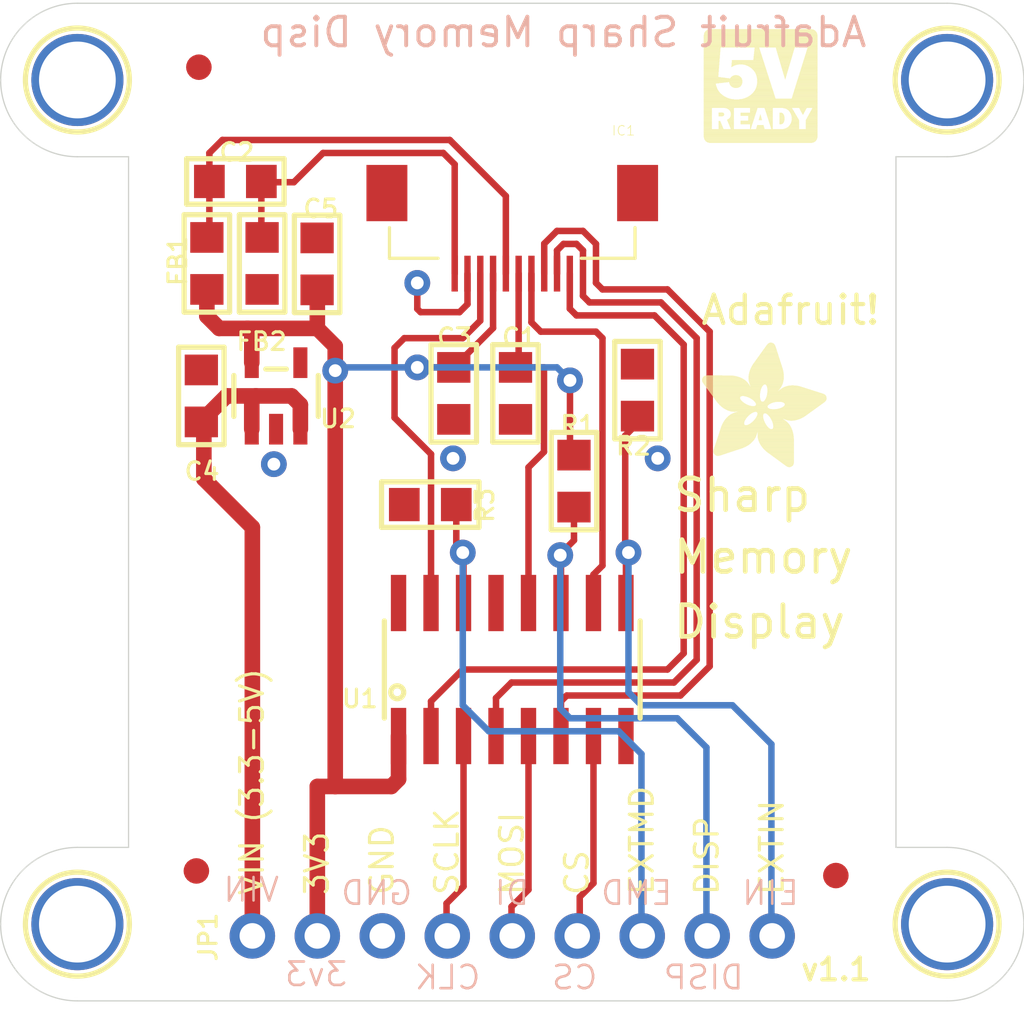
<source format=kicad_pcb>
(kicad_pcb (version 20211014) (generator pcbnew)
  (layers (0 "F.Cu" signal) (1 "In1.Cu" signal) (2 "In2.Cu" signal) (3 "In3.Cu" signal) (4 "In4.Cu" signal) (5 "In5.Cu" signal) (6 "In6.Cu" signal) (7 "In7.Cu" signal) (8 "In8.Cu" signal) (9 "In9.Cu" signal) (10 "In10.Cu" signal) (11 "In11.Cu" signal) (12 "In12.Cu" signal) (13 "In13.Cu" signal) (14 "In14.Cu" signal) (31 "B.Cu" signal) (34 "B.Paste" user) (35 "F.Paste" user) (36 "B.SilkS" user "B.Silkscreen") (37 "F.SilkS" user "F.Silkscreen") (38 "B.Mask" user) (39 "F.Mask" user) (44 "Edge.Cuts" user))
  (net 0 "")
  (net 1 "AVDD")
  (net 2 "AGND")
  (net 3 "GND")
  (net 4 "EXTMODE")
  (net 5 "EXTCOMIN")
  (net 6 "SCS")
  (net 7 "SI")
  (net 8 "SCLK")
  (net 9 "DISP")
  (net 10 "VIN")
  (net 11 "3.3V")
  (net 12 "SCLK_5V")
  (net 13 "SI_5V")
  (net 14 "SCS_5V")
  (net 15 "DISP_5V")
  (net 16 "EXTCOMIN_5V")
  (net 17 "EXTMODE_5V")
  (footprint "boardEagle:_0805" (layer "F.Cu") (at 136.5631 95.6746 90)
    (fp_text reference "FB1" (at -0.9525 -1.143 90) (layer "F.SilkS") (effects (font (size 0.692831 0.692831) (thickness 0.119969)) (justify left)))
    (fp_text value "")
    (pad "1" smd rect (at -1.016 0 90) (size 1.2 1.3) (layers "F.Cu" "F.Paste" "F.Mask") (net 11 "3.3V"))
    (pad "2" smd rect (at 1.016 0 90) (size 1.2 1.3) (layers "F.Cu" "F.Paste" "F.Mask") (net 1 "AVDD"))
  )
  (footprint "boardEagle:1X09_ROUND_70" (layer "F.Cu") (at 148.5011 121.9636)
    (fp_text reference "JP1" (at -11.8908 1.0632 90) (layer "F.SilkS") (effects (font (size 0.692831 0.692831) (thickness 0.119969)) (justify left)))
    (fp_text value "")
    (pad "1" thru_hole circle (at -10.16 0 90) (size 1.778 1.778) (drill 1) (layers *.Cu *.Mask) (net 10 "VIN"))
    (pad "2" thru_hole circle (at -7.62 0 90) (size 1.778 1.778) (drill 1) (layers *.Cu *.Mask) (net 11 "3.3V"))
    (pad "3" thru_hole circle (at -5.08 0 90) (size 1.778 1.778) (drill 1) (layers *.Cu *.Mask) (net 3 "GND"))
    (pad "4" thru_hole circle (at -2.54 0 90) (size 1.778 1.778) (drill 1) (layers *.Cu *.Mask) (net 12 "SCLK_5V"))
    (pad "5" thru_hole circle (at 0 0 90) (size 1.778 1.778) (drill 1) (layers *.Cu *.Mask) (net 13 "SI_5V"))
    (pad "6" thru_hole circle (at 2.54 0 90) (size 1.778 1.778) (drill 1) (layers *.Cu *.Mask) (net 14 "SCS_5V"))
    (pad "7" thru_hole circle (at 5.08 0 90) (size 1.778 1.778) (drill 1) (layers *.Cu *.Mask) (net 17 "EXTMODE_5V"))
    (pad "8" thru_hole circle (at 7.62 0 90) (size 1.778 1.778) (drill 1) (layers *.Cu *.Mask) (net 15 "DISP_5V"))
    (pad "9" thru_hole circle (at 10.16 0 90) (size 1.778 1.778) (drill 1) (layers *.Cu *.Mask) (net 16 "EXTCOMIN_5V"))
  )
  (footprint "boardEagle:LOGIC_5VREADY_5MM" (layer "F.Cu") (at 155.7111 91.2296)
    (fp_text reference "U$19" hide)
    (fp_text value "" hide)
  )
  (footprint "boardEagle:_0805" (layer "F.Cu") (at 145.2971 105.1016)
    (fp_text reference "R3" (at 2.13 -0.7275 90) (layer "F.SilkS") (effects (font (size 0.692831 0.692831) (thickness 0.119969)) (justify right)))
    (fp_text value "10K")
    (pad "1" smd rect (at -1.016 0) (size 1.2 1.3) (layers "F.Cu" "F.Paste" "F.Mask") (net 3 "GND"))
    (pad "2" smd rect (at 1.016 0) (size 1.2 1.3) (layers "F.Cu" "F.Paste" "F.Mask") (net 17 "EXTMODE_5V"))
  )
  (footprint "boardEagle:MOUNTINGHOLE_3.0_PLATEDTHIN" (layer "F.Cu") (at 131.5011 121.5036)
    (fp_text reference "U$27" hide)
    (fp_text value "MOUNTINGHOLE3.0THIN" hide)
    (pad "P$1" thru_hole circle (at 0 0) (size 3.6 3.6) (drill 3) (layers *.Cu *.Mask))
  )
  (footprint "boardEagle:FIDUCIAL_1MM" (layer "F.Cu") (at 136.1531 119.4236)
    (fp_text reference "FID3" hide)
    (fp_text value "FIDUCIAL\"\"" hide)
    (pad "1" smd roundrect (at 0 0) (size 1 1) (layers "F.Cu" "F.Mask") (roundrect_rratio 0.5))
  )
  (footprint "boardEagle:FPC_10PIN_52892-1095" (layer "F.Cu") (at 148.5011 96.0736 180)
    (fp_text reference "IC1" (at -4.826 5.588) (layer "F.SilkS") (effects (font (size 0.376489 0.376489) (thickness 0.029911)) (justify right)))
    (fp_text value "LS013B4DN04")
    (pad "P$1" smd rect (at -2.25 0 180) (size 0.25 1.4) (layers "F.Cu" "F.Paste" "F.Mask") (net 8 "SCLK"))
    (pad "P$2" smd rect (at -1.75 0 180) (size 0.25 1.4) (layers "F.Cu" "F.Paste" "F.Mask") (net 7 "SI"))
    (pad "P$3" smd rect (at -1.25 0 180) (size 0.25 1.4) (layers "F.Cu" "F.Paste" "F.Mask") (net 6 "SCS"))
    (pad "P$4" smd rect (at -0.75 0 180) (size 0.25 1.4) (layers "F.Cu" "F.Paste" "F.Mask") (net 5 "EXTCOMIN"))
    (pad "P$5" smd rect (at -0.25 0 180) (size 0.25 1.4) (layers "F.Cu" "F.Paste" "F.Mask") (net 9 "DISP"))
    (pad "P$6" smd rect (at 0.25 0 180) (size 0.25 1.4) (layers "F.Cu" "F.Paste" "F.Mask") (net 1 "AVDD"))
    (pad "P$7" smd rect (at 0.75 0 180) (size 0.25 1.4) (layers "F.Cu" "F.Paste" "F.Mask") (net 11 "3.3V"))
    (pad "P$8" smd rect (at 1.25 0 180) (size 0.25 1.4) (layers "F.Cu" "F.Paste" "F.Mask") (net 4 "EXTMODE"))
    (pad "P$9" smd rect (at 1.75 0 180) (size 0.25 1.4) (layers "F.Cu" "F.Paste" "F.Mask") (net 3 "GND"))
    (pad "P$10" smd rect (at 2.25 0 180) (size 0.25 1.4) (layers "F.Cu" "F.Paste" "F.Mask") (net 2 "AGND"))
    (pad "SUPPORT1" smd rect (at -4.9 3.15 180) (size 1.6 2.2) (layers "F.Cu" "F.Paste" "F.Mask"))
    (pad "SUPPORT2" smd rect (at 4.9 3.15 180) (size 1.6 2.2) (layers "F.Cu" "F.Paste" "F.Mask"))
  )
  (footprint "boardEagle:_0805" (layer "F.Cu") (at 136.3471 100.8546 90)
    (fp_text reference "C4" (at -2.95 -0.7275) (layer "F.SilkS") (effects (font (size 0.692831 0.692831) (thickness 0.119969)) (justify left)))
    (fp_text value "10µF")
    (pad "1" smd rect (at -1.016 0 90) (size 1.2 1.3) (layers "F.Cu" "F.Paste" "F.Mask") (net 10 "VIN"))
    (pad "2" smd rect (at 1.016 0 90) (size 1.2 1.3) (layers "F.Cu" "F.Paste" "F.Mask") (net 3 "GND"))
  )
  (footprint "boardEagle:MOUNTINGHOLE_3.0_PLATEDTHIN" (layer "F.Cu") (at 131.5011 88.5036)
    (fp_text reference "U$21" hide)
    (fp_text value "MOUNTINGHOLE3.0THIN" hide)
    (pad "P$1" thru_hole circle (at 0 0) (size 3.6 3.6) (drill 3) (layers *.Cu *.Mask))
  )
  (footprint "boardEagle:_0805" (layer "F.Cu") (at 146.2151 100.7546 -90)
    (fp_text reference "C3" (at -2.188 0.7275) (layer "F.SilkS") (effects (font (size 0.692831 0.692831) (thickness 0.119969)) (justify left)))
    (fp_text value "1µF")
    (pad "1" smd rect (at -1.016 0 270) (size 1.2 1.3) (layers "F.Cu" "F.Paste" "F.Mask") (net 11 "3.3V"))
    (pad "2" smd rect (at 1.016 0 270) (size 1.2 1.3) (layers "F.Cu" "F.Paste" "F.Mask") (net 3 "GND"))
  )
  (footprint "boardEagle:FIDUCIAL_1MM" (layer "F.Cu") (at 136.2511 88.0036)
    (fp_text reference "FID2" hide)
    (fp_text value "FIDUCIAL\"\"" hide)
    (pad "1" smd roundrect (at 0 0) (size 1 1) (layers "F.Cu" "F.Mask") (roundrect_rratio 0.5))
  )
  (footprint "boardEagle:_0805" (layer "F.Cu") (at 153.3961 100.6276 90)
    (fp_text reference "R2" (at -2.188 0.6005) (layer "F.SilkS") (effects (font (size 0.692831 0.692831) (thickness 0.119969)) (justify right)))
    (fp_text value "10K")
    (pad "1" smd rect (at -1.016 0 90) (size 1.2 1.3) (layers "F.Cu" "F.Paste" "F.Mask") (net 16 "EXTCOMIN_5V"))
    (pad "2" smd rect (at 1.016 0 90) (size 1.2 1.3) (layers "F.Cu" "F.Paste" "F.Mask") (net 3 "GND"))
  )
  (footprint "boardEagle:_0805" (layer "F.Cu") (at 150.9141 104.1836 -90)
    (fp_text reference "R1" (at -2.188 0.6005) (layer "F.SilkS") (effects (font (size 0.692831 0.692831) (thickness 0.119969)) (justify left)))
    (fp_text value "10K")
    (pad "1" smd rect (at -1.016 0 270) (size 1.2 1.3) (layers "F.Cu" "F.Paste" "F.Mask") (net 11 "3.3V"))
    (pad "2" smd rect (at 1.016 0 270) (size 1.2 1.3) (layers "F.Cu" "F.Paste" "F.Mask") (net 15 "DISP_5V"))
  )
  (footprint "boardEagle:SOIC16" (layer "F.Cu") (at 148.5011 111.5496)
    (fp_text reference "U1" (at -6.731 1.143) (layer "F.SilkS") (effects (font (size 0.692831 0.692831) (thickness 0.119969)) (justify left)))
    (fp_text value "74HC4050D")
    (pad "1" smd rect (at -4.445 2.6) (size 0.6 2.2) (layers "F.Cu" "F.Paste" "F.Mask") (net 11 "3.3V"))
    (pad "2" smd rect (at -3.175 2.6) (size 0.6 2.2) (layers "F.Cu" "F.Paste" "F.Mask") (net 8 "SCLK"))
    (pad "3" smd rect (at -1.905 2.6) (size 0.6 2.2) (layers "F.Cu" "F.Paste" "F.Mask") (net 12 "SCLK_5V"))
    (pad "4" smd rect (at -0.635 2.6) (size 0.6 2.2) (layers "F.Cu" "F.Paste" "F.Mask") (net 7 "SI"))
    (pad "5" smd rect (at 0.635 2.6) (size 0.6 2.2) (layers "F.Cu" "F.Paste" "F.Mask") (net 13 "SI_5V"))
    (pad "6" smd rect (at 1.905 2.6) (size 0.6 2.2) (layers "F.Cu" "F.Paste" "F.Mask") (net 6 "SCS"))
    (pad "7" smd rect (at 3.175 2.6) (size 0.6 2.2) (layers "F.Cu" "F.Paste" "F.Mask") (net 14 "SCS_5V"))
    (pad "8" smd rect (at 4.445 2.6) (size 0.6 2.2) (layers "F.Cu" "F.Paste" "F.Mask") (net 3 "GND"))
    (pad "9" smd rect (at 4.445 -2.6) (size 0.6 2.2) (layers "F.Cu" "F.Paste" "F.Mask") (net 16 "EXTCOMIN_5V"))
    (pad "10" smd rect (at 3.175 -2.6) (size 0.6 2.2) (layers "F.Cu" "F.Paste" "F.Mask") (net 5 "EXTCOMIN"))
    (pad "11" smd rect (at 1.905 -2.6) (size 0.6 2.2) (layers "F.Cu" "F.Paste" "F.Mask") (net 15 "DISP_5V"))
    (pad "12" smd rect (at 0.635 -2.6) (size 0.6 2.2) (layers "F.Cu" "F.Paste" "F.Mask") (net 9 "DISP"))
    (pad "13" smd rect (at -0.635 -2.6) (size 0.6 2.2) (layers "F.Cu" "F.Paste" "F.Mask"))
    (pad "14" smd rect (at -1.905 -2.6) (size 0.6 2.2) (layers "F.Cu" "F.Paste" "F.Mask") (net 17 "EXTMODE_5V"))
    (pad "15" smd rect (at -3.175 -2.6) (size 0.6 2.2) (layers "F.Cu" "F.Paste" "F.Mask") (net 4 "EXTMODE"))
    (pad "16" smd rect (at -4.445 -2.6) (size 0.6 2.2) (layers "F.Cu" "F.Paste" "F.Mask"))
  )
  (footprint "boardEagle:SOT23-5" (layer "F.Cu") (at 139.2681 100.8546)
    (fp_text reference "U2" (at 1.651 0.889) (layer "F.SilkS") (effects (font (size 0.692831 0.692831) (thickness 0.119969)) (justify left)))
    (fp_text value "MCP1824T-3302E/OT")
    (pad "1" smd rect (at -0.95 1.3001) (size 0.55 1.2) (layers "F.Cu" "F.Paste" "F.Mask") (net 10 "VIN"))
    (pad "2" smd rect (at 0 1.3001) (size 0.55 1.2) (layers "F.Cu" "F.Paste" "F.Mask") (net 3 "GND"))
    (pad "3" smd rect (at 0.95 1.3001) (size 0.55 1.2) (layers "F.Cu" "F.Paste" "F.Mask") (net 10 "VIN"))
    (pad "4" smd rect (at 0.95 -1.3001) (size 0.55 1.2) (layers "F.Cu" "F.Paste" "F.Mask"))
    (pad "5" smd rect (at -0.95 -1.3001) (size 0.55 1.2) (layers "F.Cu" "F.Paste" "F.Mask") (net 11 "3.3V"))
  )
  (footprint "boardEagle:ADAFRUIT_5MM" (layer "F.Cu") (at 155.9191 103.6356)
    (fp_text reference "U$29" hide)
    (fp_text value "" hide)
  )
  (footprint "boardEagle:_0805" (layer "F.Cu") (at 140.8721 95.6926 90)
    (fp_text reference "C5" (at 2.157 -0.6095) (layer "F.SilkS") (effects (font (size 0.692831 0.692831) (thickness 0.119969)) (justify left)))
    (fp_text value "10µF")
    (pad "1" smd rect (at -1.016 0 90) (size 1.2 1.3) (layers "F.Cu" "F.Paste" "F.Mask") (net 11 "3.3V"))
    (pad "2" smd rect (at 1.016 0 90) (size 1.2 1.3) (layers "F.Cu" "F.Paste" "F.Mask") (net 3 "GND"))
  )
  (footprint "boardEagle:MOUNTINGHOLE_3.0_PLATEDTHIN" (layer "F.Cu") (at 165.5011 121.5036)
    (fp_text reference "U$28" hide)
    (fp_text value "MOUNTINGHOLE3.0THIN" hide)
    (pad "P$1" thru_hole circle (at 0 0) (size 3.6 3.6) (drill 3) (layers *.Cu *.Mask))
  )
  (footprint "boardEagle:_0805" (layer "F.Cu") (at 137.6771 92.4706)
    (fp_text reference "C2" (at -0.6985 -1.143) (layer "F.SilkS") (effects (font (size 0.692831 0.692831) (thickness 0.119969)) (justify left)))
    (fp_text value "1µF")
    (pad "1" smd rect (at -1.016 0) (size 1.2 1.3) (layers "F.Cu" "F.Paste" "F.Mask") (net 1 "AVDD"))
    (pad "2" smd rect (at 1.016 0) (size 1.2 1.3) (layers "F.Cu" "F.Paste" "F.Mask") (net 2 "AGND"))
  )
  (footprint "boardEagle:_0805" (layer "F.Cu") (at 138.7221 95.6746 90)
    (fp_text reference "FB2" (at -3.05 -1.0705) (layer "F.SilkS") (effects (font (size 0.692831 0.692831) (thickness 0.119969)) (justify left)))
    (fp_text value "")
    (pad "1" smd rect (at -1.016 0 90) (size 1.2 1.3) (layers "F.Cu" "F.Paste" "F.Mask") (net 3 "GND"))
    (pad "2" smd rect (at 1.016 0 90) (size 1.2 1.3) (layers "F.Cu" "F.Paste" "F.Mask") (net 2 "AGND"))
  )
  (footprint "boardEagle:_0805" (layer "F.Cu") (at 148.6281 100.7546 -90)
    (fp_text reference "C1" (at -2.188 0.6005) (layer "F.SilkS") (effects (font (size 0.692831 0.692831) (thickness 0.119969)) (justify left)))
    (fp_text value "0.1µF")
    (pad "1" smd rect (at -1.016 0 270) (size 1.2 1.3) (layers "F.Cu" "F.Paste" "F.Mask") (net 9 "DISP"))
    (pad "2" smd rect (at 1.016 0 270) (size 1.2 1.3) (layers "F.Cu" "F.Paste" "F.Mask") (net 3 "GND"))
  )
  (footprint "boardEagle:MOUNTINGHOLE_3.0_PLATEDTHIN" (layer "F.Cu") (at 165.5011 88.5036)
    (fp_text reference "U$22" hide)
    (fp_text value "MOUNTINGHOLE3.0THIN" hide)
    (pad "P$1" thru_hole circle (at 0 0) (size 3.6 3.6) (drill 3) (layers *.Cu *.Mask))
  )
  (footprint "boardEagle:FIDUCIAL_1MM" (layer "F.Cu") (at 161.1511 119.6036)
    (fp_text reference "FID1" hide)
    (fp_text value "FIDUCIAL\"\"" hide)
    (pad "1" smd roundrect (at 0 0) (size 1 1) (layers "F.Cu" "F.Mask") (roundrect_rratio 0.5))
  )
  (gr_arc (start 131.5011 91.5036) (mid 129.37978 90.62492) (end 128.5011 88.5036) (layer "Edge.Cuts") (width 0.05))
  (gr_arc (start 128.5011 88.5036) (mid 129.37978 86.38228) (end 131.5011 85.5036) (layer "Edge.Cuts") (width 0.05))
  (gr_arc (start 131.5011 124.5036) (mid 129.37978 123.62492) (end 128.5011 121.5036) (layer "Edge.Cuts") (width 0.05))
  (gr_arc (start 165.5011 118.5036) (mid 167.62242 119.38228) (end 168.5011 121.5036) (layer "Edge.Cuts") (width 0.05))
  (gr_line (start 163.5011 118.5036) (end 165.5011 118.5036) (layer "Edge.Cuts") (width 0.05))
  (gr_arc (start 128.5011 121.5036) (mid 129.37978 119.38228) (end 131.5011 118.5036) (layer "Edge.Cuts") (width 0.05))
  (gr_arc (start 168.5011 121.5036) (mid 167.62242 123.62492) (end 165.5011 124.5036) (layer "Edge.Cuts") (width 0.05))
  (gr_line (start 133.5011 91.5036) (end 131.5011 91.5036) (layer "Edge.Cuts") (width 0.05))
  (gr_arc (start 168.5011 88.5036) (mid 167.62242 90.62492) (end 165.5011 91.5036) (layer "Edge.Cuts") (width 0.05))
  (gr_line (start 131.5011 85.5036) (end 165.5011 85.5036) (layer "Edge.Cuts") (width 0.05))
  (gr_line (start 163.5011 91.5036) (end 163.5011 118.5036) (layer "Edge.Cuts") (width 0.05))
  (gr_arc (start 165.5011 85.5036) (mid 167.62242 86.38228) (end 168.5011 88.5036) (layer "Edge.Cuts") (width 0.05))
  (gr_line (start 165.5011 91.5036) (end 163.5011 91.5036) (layer "Edge.Cuts") (width 0.05))
  (gr_line (start 133.5011 118.5036) (end 133.5011 91.5036) (layer "Edge.Cuts") (width 0.05))
  (gr_line (start 165.5011 124.5036) (end 131.5011 124.5036) (layer "Edge.Cuts") (width 0.05))
  (gr_line (start 131.5011 118.5036) (end 133.5011 118.5036) (layer "Edge.Cuts") (width 0.05))
  (gr_text "EMD" (at 154.8221 120.8206) (layer "B.SilkS") (effects (font (size 0.9144 0.9144) (thickness 0.1016)) (justify left bottom mirror)))
  (gr_text "GND" (at 144.6621 120.8206) (layer "B.SilkS") (effects (font (size 0.9144 0.9144) (thickness 0.1016)) (justify left bottom mirror)))
  (gr_text "DI" (at 149.2341 120.8206) (layer "B.SilkS") (effects (font (size 0.9144 0.9144) (thickness 0.1016)) (justify left bottom mirror)))
  (gr_text "VIN" (at 139.4551 120.6936) (layer "B.SilkS") (effects (font (size 0.9144 0.9144) (thickness 0.1016)) (justify left bottom mirror)))
  (gr_text "DISP" (at 157.6161 124.1226) (layer "B.SilkS") (effects (font (size 0.9144 0.9144) (thickness 0.1016)) (justify left bottom mirror)))
  (gr_text "3v3" (at 142.1221 123.9956) (layer "B.SilkS") (effects (font (size 0.9144 0.9144) (thickness 0.1016)) (justify left bottom mirror)))
  (gr_text "EIN" (at 159.7751 120.8206) (layer "B.SilkS") (effects (font (size 0.9144 0.9144) (thickness 0.1016)) (justify left bottom mirror)))
  (gr_text "CS" (at 151.9011 124.1226) (layer "B.SilkS") (effects (font (size 0.9144 0.9144) (thickness 0.1016)) (justify left bottom mirror)))
  (gr_text "Adafruit Sharp Memory Disp" (at 162.4421 87.2926) (layer "B.SilkS") (effects (font (size 1.1176 1.1176) (thickness 0.1524)) (justify left bottom mirror)))
  (gr_text "CLK" (at 147.3291 124.1226) (layer "B.SilkS") (effects (font (size 0.9144 0.9144) (thickness 0.1016)) (justify left bottom mirror)))
  (gr_text "Display" (at 154.7181 110.4146) (layer "F.SilkS") (effects (font (size 1.237488 1.237488) (thickness 0.184912)) (justify left bottom)))
  (gr_text "SCLK" (at 146.4691 120.4396 90) (layer "F.SilkS") (effects (font (size 0.89408 0.89408) (thickness 0.12192)) (justify left bottom)))
  (gr_text "VIN (3.3-5V)" (at 138.8491 120.4396 90) (layer "F.SilkS") (effects (font (size 0.89408 0.89408) (thickness 0.12192)) (justify left bottom)))
  (gr_text "GND" (at 143.9291 120.4396 90) (layer "F.SilkS") (effects (font (size 0.89408 0.89408) (thickness 0.12192)) (justify left bottom)))
  (gr_text "Memory" (at 154.7181 107.8746) (layer "F.SilkS") (effects (font (size 1.237488 1.237488) (thickness 0.184912)) (justify left bottom)))
  (gr_text "3V3" (at 141.3891 120.4396 90) (layer "F.SilkS") (effects (font (size 0.89408 0.89408) (thickness 0.12192)) (justify left bottom)))
  (gr_text "v1.1" (at 159.7031 123.7746) (layer "F.SilkS") (effects (font (size 0.85344 0.85344) (thickness 0.16256)) (justify left bottom)))
  (gr_text "DISP" (at 156.6291 120.4396 90) (layer "F.SilkS") (effects (font (size 0.89408 0.89408) (thickness 0.12192)) (justify left bottom)))
  (gr_text "EXTMD" (at 154.0891 120.4396 90) (layer "F.SilkS") (effects (font (size 0.89408 0.89408) (thickness 0.12192)) (justify left bottom)))
  (gr_text "EXTIN" (at 159.1691 120.4396 90) (layer "F.SilkS") (effects (font (size 0.89408 0.89408) (thickness 0.12192)) (justify left bottom)))
  (gr_text "Sharp" (at 154.7181 105.4616) (layer "F.SilkS") (effects (font (size 1.237488 1.237488) (thickness 0.184912)) (justify left bottom)))
  (gr_text "Adafruit!" (at 162.9611 96.8516) (layer "F.SilkS") (effects (font (size 1.1049 1.1049) (thickness 0.1651)) (justify right top)))
  (gr_text "CS" (at 151.5491 120.4396 90) (layer "F.SilkS") (effects (font (size 0.89408 0.89408) (thickness 0.12192)) (justify left bottom)))
  (gr_text "MOSI" (at 149.0091 120.4396 90) (layer "F.SilkS") (effects (font (size 0.89408 0.89408) (thickness 0.12192)) (justify left bottom)))
  (segment (start 136.6611 94.5606) (end 136.5631 94.6586) (width 0.254) (layer "F.Cu") (net 1))
  (segment (start 146.0591 90.8486) (end 137.1691 90.8486) (width 0.254) (layer "F.Cu") (net 1))
  (segment (start 136.6611 91.3566) (end 136.6611 92.4706) (width 0.254) (layer "F.Cu") (net 1))
  (segment (start 148.2511 93.0406) (end 146.0591 90.8486) (width 0.254) (layer "F.Cu") (net 1))
  (segment (start 136.6611 92.4706) (end 136.6611 94.5606) (width 0.254) (layer "F.Cu") (net 1))
  (segment (start 148.2511 96.0736) (end 148.2511 93.0406) (width 0.254) (layer "F.Cu") (net 1))
  (segment (start 137.1691 90.8486) (end 136.6611 91.3566) (width 0.254) (layer "F.Cu") (net 1))
  (segment (start 138.6931 92.4706) (end 138.6931 94.6296) (width 0.254) (layer "F.Cu") (net 2))
  (segment (start 139.9631 92.4996) (end 138.7221 92.4996) (width 0.254) (layer "F.Cu") (net 2))
  (segment (start 141.1061 91.3566) (end 139.9631 92.4996) (width 0.254) (layer "F.Cu") (net 2))
  (segment (start 146.2511 96.0736) (end 146.2511 91.8026) (width 0.254) (layer "F.Cu") (net 2))
  (segment (start 138.6931 94.6296) (end 138.7221 94.6586) (width 0.254) (layer "F.Cu") (net 2))
  (segment (start 145.8051 91.3566) (end 141.1061 91.3566) (width 0.254) (layer "F.Cu") (net 2))
  (segment (start 146.2511 91.8026) (end 145.8051 91.3566) (width 0.254) (layer "F.Cu") (net 2))
  (segment (start 138.7221 92.4996) (end 138.6931 92.4706) (width 0.254) (layer "F.Cu") (net 2))
  (segment (start 146.7511 96.0736) (end 146.7511 97.2686) (width 0.254) (layer "F.Cu") (net 3))
  (segment (start 146.7511 97.2686) (end 146.4401 97.5796) (width 0.254) (layer "F.Cu") (net 3))
  (segment (start 146.4401 97.5796) (end 144.9161 97.5796) (width 0.254) (layer "F.Cu") (net 3))
  (segment (start 144.9161 97.5796) (end 144.7891 97.4526) (width 0.254) (layer "F.Cu") (net 3))
  (segment (start 144.7891 97.4526) (end 144.7891 96.4366) (width 0.254) (layer "F.Cu") (net 3))
  (via (at 144.7891 96.4366) (size 1.008) (drill 0.5) (layers "F.Cu" "B.Cu") (net 3))
  (via (at 154.1871 103.2946) (size 1.008) (drill 0.5) (layers "F.Cu" "B.Cu") (net 3))
  (via (at 146.1861 103.2946) (size 1.008) (drill 0.5) (layers "F.Cu" "B.Cu") (net 3))
  (via (at 139.1821 103.5216) (size 1.008) (drill 0.5) (layers "F.Cu" "B.Cu") (net 3))
  (segment (start 143.9001 101.7026) (end 143.9001 98.9766) (width 0.254) (layer "F.Cu") (net 4))
  (segment (start 143.9001 101.7026) (end 145.3261 103.1286) (width 0.254) (layer "F.Cu") (net 4))
  (segment (start 143.9001 98.9766) (end 144.2811 98.5956) (width 0.254) (layer "F.Cu") (net 4))
  (segment (start 147.2511 96.0736) (end 147.2511 97.9116) (width 0.254) (layer "F.Cu") (net 4))
  (segment (start 145.3261 103.1286) (end 145.3261 108.9496) (width 0.254) (layer "F.Cu") (net 4))
  (segment (start 147.2511 97.9116) (end 146.5671 98.5956) (width 0.254) (layer "F.Cu") (net 4))
  (segment (start 144.2811 98.5956) (end 146.5671 98.5956) (width 0.254) (layer "F.Cu") (net 4))
  (segment (start 151.7741 98.3416) (end 149.6151 98.3416) (width 0.254) (layer "F.Cu") (net 5))
  (segment (start 149.6151 98.3416) (end 149.2511 97.9776) (width 0.254) (layer "F.Cu") (net 5))
  (segment (start 149.2511 96.0736) (end 149.2511 97.9776) (width 0.254) (layer "F.Cu") (net 5))
  (segment (start 151.6761 107.8376) (end 152.0281 107.4856) (width 0.254) (layer "F.Cu") (net 5))
  (segment (start 152.0281 98.5956) (end 151.7741 98.3416) (width 0.254) (layer "F.Cu") (net 5))
  (segment (start 151.6761 108.9496) (end 151.6761 107.8376) (width 0.254) (layer "F.Cu") (net 5))
  (segment (start 152.0281 107.4856) (end 152.0281 98.5956) (width 0.254) (layer "F.Cu") (net 5))
  (segment (start 151.7741 94.9126) (end 151.7741 96.4366) (width 0.254) (layer "F.Cu") (net 6))
  (segment (start 150.4061 112.7906) (end 150.6311 112.5656) (width 0.254) (layer "F.Cu") (net 6))
  (segment (start 151.7741 96.4366) (end 152.0281 96.6906) (width 0.254) (layer "F.Cu") (net 6))
  (segment (start 155.0761 112.5656) (end 150.6311 112.5656) (width 0.254) (layer "F.Cu") (net 6))
  (segment (start 156.2191 111.4226) (end 155.0761 112.5656) (width 0.254) (layer "F.Cu") (net 6))
  (segment (start 156.2191 98.3416) (end 156.2191 111.4226) (width 0.254) (layer "F.Cu") (net 6))
  (segment (start 151.2661 94.4046) (end 151.7741 94.9126) (width 0.254) (layer "F.Cu") (net 6))
  (segment (start 150.4061 114.1496) (end 150.4061 112.7906) (width 0.254) (layer "F.Cu") (net 6))
  (segment (start 149.7511 96.0736) (end 149.7511 94.9036) (width 0.254) (layer "F.Cu") (net 6))
  (segment (start 152.0281 96.6906) (end 154.5681 96.6906) (width 0.254) (layer "F.Cu") (net 6))
  (segment (start 149.7511 94.9036) (end 150.2501 94.4046) (width 0.254) (layer "F.Cu") (net 6))
  (segment (start 150.2501 94.4046) (end 151.2661 94.4046) (width 0.254) (layer "F.Cu") (net 6))
  (segment (start 154.5681 96.6906) (end 156.2191 98.3416) (width 0.254) (layer "F.Cu") (net 6))
  (segment (start 155.7111 111.1686) (end 154.8221 112.0576) (width 0.254) (layer "F.Cu") (net 7))
  (segment (start 150.2511 95.1656) (end 150.5041 94.9126) (width 0.254) (layer "F.Cu") (net 7))
  (segment (start 151.5201 97.1986) (end 154.3141 97.1986) (width 0.254) (layer "F.Cu") (net 7))
  (segment (start 151.0121 94.9126) (end 151.2661 95.1666) (width 0.254) (layer "F.Cu") (net 7))
  (segment (start 150.2511 96.0736) (end 150.2511 95.1656) (width 0.254) (layer "F.Cu") (net 7))
  (segment (start 150.5041 94.9126) (end 151.0121 94.9126) (width 0.254) (layer "F.Cu") (net 7))
  (segment (start 151.2661 95.1666) (end 151.2661 96.9446) (width 0.254) (layer "F.Cu") (net 7))
  (segment (start 155.7111 98.5956) (end 155.7111 111.1686) (width 0.254) (layer "F.Cu") (net 7))
  (segment (start 151.2661 96.9446) (end 151.5201 97.1986) (width 0.254) (layer "F.Cu") (net 7))
  (segment (start 147.8661 114.1496) (end 147.8661 112.6636) (width 0.254) (layer "F.Cu") (net 7))
  (segment (start 148.4721 112.0576) (end 147.8661 112.6636) (width 0.254) (layer "F.Cu") (net 7))
  (segment (start 154.3141 97.1986) (end 155.7111 98.5956) (width 0.254) (layer "F.Cu") (net 7))
  (segment (start 154.8221 112.0576) (end 148.4721 112.0576) (width 0.254) (layer "F.Cu") (net 7))
  (segment (start 145.3261 114.1496) (end 145.3261 112.7906) (width 0.254) (layer "F.Cu") (net 8))
  (segment (start 154.0601 97.7066) (end 151.0121 97.7066) (width 0.254) (layer "F.Cu") (net 8))
  (segment (start 155.2031 110.9146) (end 155.2031 98.8496) (width 0.254) (layer "F.Cu") (net 8))
  (segment (start 155.2031 110.9146) (end 154.5681 111.5496) (width 0.254) (layer "F.Cu") (net 8))
  (segment (start 154.5681 111.5496) (end 146.5671 111.5496) (width 0.254) (layer "F.Cu") (net 8))
  (segment (start 150.7511 96.0736) (end 150.7511 97.4456) (width 0.254) (layer "F.Cu") (net 8))
  (segment (start 155.2031 98.8496) (end 154.0601 97.7066) (width 0.254) (layer "F.Cu") (net 8))
  (segment (start 151.0121 97.7066) (end 150.7511 97.4456) (width 0.254) (layer "F.Cu") (net 8))
  (segment (start 146.5671 111.5496) (end 145.3261 112.7906) (width 0.254) (layer "F.Cu") (net 8))
  (segment (start 149.1361 108.9496) (end 149.1361 103.6466) (width 0.254) (layer "F.Cu") (net 9))
  (segment (start 148.7511 96.0736) (end 148.7511 99.6156) (width 0.254) (layer "F.Cu") (net 9))
  (segment (start 149.7421 99.7386) (end 148.6281 99.7386) (width 0.254) (layer "F.Cu") (net 9))
  (segment (start 149.1361 103.6466) (end 149.7421 103.0406) (width 0.254) (layer "F.Cu") (net 9))
  (segment (start 148.7511 99.6156) (end 148.6281 99.7386) (width 0.254) (layer "F.Cu") (net 9))
  (segment (start 149.7421 103.0406) (end 149.7421 99.7386) (width 0.254) (layer "F.Cu") (net 9))
  (segment (start 138.3181 102.1547) (end 138.3181 101.0136) (width 0.6096) (layer "F.Cu") (net 10))
  (segment (start 136.4451 101.7436) (end 137.3341 100.8546) (width 0.6096) (layer "F.Cu") (net 10))
  (segment (start 136.4451 101.9686) (end 136.3471 101.8706) (width 0.6096) (layer "F.Cu") (net 10))
  (segment (start 138.4771 100.8546) (end 139.8741 100.8546) (width 0.6096) (layer "F.Cu") (net 10))
  (segment (start 138.3181 101.0136) (end 138.4771 100.8546) (width 0.6096) (layer "F.Cu") (net 10))
  (segment (start 138.3411 105.9906) (end 136.4451 104.0946) (width 0.6096) (layer "F.Cu") (net 10))
  (segment (start 140.2181 102.1547) (end 140.2181 101.1986) (width 0.6096) (layer "F.Cu") (net 10))
  (segment (start 137.3341 100.8546) (end 138.4771 100.8546) (width 0.6096) (layer "F.Cu") (net 10))
  (segment (start 139.8741 100.8546) (end 140.2181 101.1986) (width 0.6096) (layer "F.Cu") (net 10))
  (segment (start 136.4451 104.0946) (end 136.4451 101.9686) (width 0.6096) (layer "F.Cu") (net 10))
  (segment (start 136.4451 101.9686) (end 136.4451 101.7436) (width 0.6096) (layer "F.Cu") (net 10))
  (segment (start 138.3411 121.9636) (end 138.3411 105.9906) (width 0.6096) (layer "F.Cu") (net 10))
  (segment (start 144.0561 115.8386) (end 143.7731 116.1216) (width 0.6096) (layer "F.Cu") (net 11))
  (segment (start 140.8811 98.2146) (end 141.5811 98.9146) (width 0.6096) (layer "F.Cu") (net 11))
  (segment (start 140.8811 96.7576) (end 140.8721 96.7086) (width 0.6096) (layer "F.Cu") (net 11))
  (segment (start 144.0561 114.1496) (end 144.0561 115.8386) (width 0.6096) (layer "F.Cu") (net 11))
  (segment (start 141.5811 98.9146) (end 141.5811 99.8656) (width 0.6096) (layer "F.Cu") (net 11))
  (segment (start 136.5631 97.7356) (end 137.0421 98.2146) (width 0.6096) (layer "F.Cu") (net 11))
  (segment (start 136.5631 96.6906) (end 136.5631 97.7356) (width 0.6096) (layer "F.Cu") (net 11))
  (segment (start 137.0421 98.2146) (end 138.1501 98.2146) (width 0.6096) (layer "F.Cu") (net 11))
  (segment (start 140.8811 98.2146) (end 140.8811 96.7576) (width 0.6096) (layer "F.Cu") (net 11))
  (segment (start 150.7581 103.0116) (end 150.7581 100.2466) (width 0.254) (layer "F.Cu") (net 11))
  (segment (start 146.2151 99.7386) (end 144.7891 99.7386) (width 0.254) (layer "F.Cu") (net 11))
  (segment (start 138.1501 98.2146) (end 140.8811 98.2146) (width 0.6096) (layer "F.Cu") (net 11))
  (segment (start 141.5811 99.8656) (end 141.5811 116.1216) (width 0.6096) (layer "F.Cu") (net 11))
  (segment (start 143.7731 116.1216) (end 141.5811 116.1216) (width 0.6096) (layer "F.Cu") (net 11))
  (segment (start 147.7511 98.2026) (end 146.2151 99.7386) (width 0.254) (layer "F.Cu") (net 11))
  (segment (start 147.7511 96.0736) (end 147.7511 98.2026) (width 0.254) (layer "F.Cu") (net 11))
  (segment (start 150.9141 103.1676) (end 150.7581 103.0116) (width 0.254) (layer "F.Cu") (net 11))
  (segment (start 141.5811 116.1216) (end 140.8811 116.1216) (width 0.6096) (layer "F.Cu") (net 11))
  (segment (start 138.3181 99.5545) (end 138.3181 98.2466) (width 0.6096) (layer "F.Cu") (net 11))
  (segment (start 138.3181 98.2466) (end 138.1501 98.2146) (width 0.6096) (layer "F.Cu") (net 11))
  (segment (start 140.8811 121.9636) (end 140.8811 116.1216) (width 0.6096) (layer "F.Cu") (net 11))
  (via (at 144.7891 99.7386) (size 1.008) (drill 0.5) (layers "F.Cu" "B.Cu") (net 11))
  (via (at 141.5811 99.8656) (size 1.008) (drill 0.5) (layers "F.Cu" "B.Cu") (net 11))
  (via (at 150.7581 100.2466) (size 1.008) (drill 0.5) (layers "F.Cu" "B.Cu") (net 11))
  (segment (start 144.7891 99.7386) (end 141.7081 99.7386) (width 0.254) (layer "B.Cu") (net 11))
  (segment (start 141.7081 99.7386) (end 141.5811 99.8656) (width 0.254) (layer "B.Cu") (net 11))
  (segment (start 150.7581 100.2466) (end 150.2501 99.7386) (width 0.254) (layer "B.Cu") (net 11))
  (segment (start 150.2501 99.7386) (end 144.7891 99.7386) (width 0.254) (layer "B.Cu") (net 11))
  (segment (start 146.5961 120.0296) (end 145.9321 120.6936) (width 0.254) (layer "F.Cu") (net 12))
  (segment (start 145.9321 120.6936) (end 145.9321 121.9346) (width 0.254) (layer "F.Cu") (net 12))
  (segment (start 145.9321 121.9346) (end 145.9611 121.9636) (width 0.254) (layer "F.Cu") (net 12))
  (segment (start 146.5961 114.1496) (end 146.5961 120.0296) (width 0.254) (layer "F.Cu") (net 12))
  (segment (start 149.1361 114.1496) (end 149.1361 120.1566) (width 0.254) (layer "F.Cu") (net 13))
  (segment (start 148.4721 121.9346) (end 148.5011 121.9636) (width 0.254) (layer "F.Cu") (net 13))
  (segment (start 149.1361 120.1566) (end 148.4721 120.8206) (width 0.254) (layer "F.Cu") (net 13))
  (segment (start 148.4721 120.8206) (end 148.4721 121.9346) (width 0.254) (layer "F.Cu") (net 13))
  (segment (start 151.6761 119.9026) (end 151.1391 120.4396) (width 0.254) (layer "F.Cu") (net 14))
  (segment (start 151.6761 114.1496) (end 151.6761 119.9026) (width 0.254) (layer "F.Cu") (net 14))
  (segment (start 151.1391 121.8656) (end 151.0411 121.9636) (width 0.254) (layer "F.Cu") (net 14))
  (segment (start 151.1391 120.4396) (end 151.1391 121.8656) (width 0.254) (layer "F.Cu") (net 14))
  (segment (start 150.4061 107.0066) (end 150.9141 106.4986) (width 0.254) (layer "F.Cu") (net 15))
  (segment (start 150.9141 106.4986) (end 150.9141 105.1996) (width 0.254) (layer "F.Cu") (net 15))
  (segment (start 150.4061 107.0066) (end 150.3771 107.0776) (width 0.254) (layer "F.Cu") (net 15))
  (segment (start 150.4061 108.9496) (end 150.4061 107.0066) (width 0.254) (layer "F.Cu") (net 15))
  (via (at 150.3771 107.0776) (size 1.008) (drill 0.5) (layers "F.Cu" "B.Cu") (net 15))
  (segment (start 156.0921 121.9346) (end 156.1211 121.9636) (width 0.254) (layer "B.Cu") (net 15))
  (segment (start 150.3771 113.0736) (end 150.7581 113.4546) (width 0.254) (layer "B.Cu") (net 15))
  (segment (start 150.7581 113.4546) (end 154.9491 113.4546) (width 0.254) (layer "B.Cu") (net 15))
  (segment (start 150.3771 107.0776) (end 150.3771 113.0736) (width 0.254) (layer "B.Cu") (net 15))
  (segment (start 154.9491 113.4546) (end 156.0921 114.5976) (width 0.254) (layer "B.Cu") (net 15))
  (segment (start 156.0921 114.5976) (end 156.0921 121.9346) (width 0.254) (layer "B.Cu") (net 15))
  (segment (start 152.9461 107.0756) (end 153.0441 106.9776) (width 0.254) (layer "F.Cu") (net 16))
  (segment (start 152.9171 106.8506) (end 152.9171 102.4056) (width 0.254) (layer "F.Cu") (net 16))
  (segment (start 153.3961 101.9266) (end 153.3961 101.6436) (width 0.254) (layer "F.Cu") (net 16))
  (segment (start 152.9171 102.4056) (end 153.3961 101.9266) (width 0.254) (layer "F.Cu") (net 16))
  (segment (start 153.0441 106.9776) (end 152.9171 106.8506) (width 0.254) (layer "F.Cu") (net 16))
  (segment (start 152.9461 108.9496) (end 152.9461 107.0756) (width 0.254) (layer "F.Cu") (net 16))
  (via (at 153.0441 106.9776) (size 1.008) (drill 0.5) (layers "F.Cu" "B.Cu") (net 16))
  (segment (start 158.6321 114.4706) (end 158.6321 121.9346) (width 0.254) (layer "B.Cu") (net 16))
  (segment (start 153.0441 106.9776) (end 153.0441 112.4386) (width 0.254) (layer "B.Cu") (net 16))
  (segment (start 157.1081 112.9466) (end 158.6321 114.4706) (width 0.254) (layer "B.Cu") (net 16))
  (segment (start 153.0441 112.4386) (end 153.5521 112.9466) (width 0.254) (layer "B.Cu") (net 16))
  (segment (start 158.6321 121.9346) (end 158.6611 121.9636) (width 0.254) (layer "B.Cu") (net 16))
  (segment (start 153.5521 112.9466) (end 157.1081 112.9466) (width 0.254) (layer "B.Cu") (net 16))
  (segment (start 146.5961 108.9496) (end 146.5961 107.0066) (width 0.254) (layer "F.Cu") (net 17))
  (segment (start 146.3131 106.7236) (end 146.3131 105.1016) (width 0.254) (layer "F.Cu") (net 17))
  (segment (start 146.5671 106.9776) (end 146.3131 106.7236) (width 0.254) (layer "F.Cu") (net 17))
  (segment (start 146.5961 107.0066) (end 146.5671 106.9776) (width 0.254) (layer "F.Cu") (net 17))
  (via (at 146.5671 106.9776) (size 1.008) (drill 0.5) (layers "F.Cu" "B.Cu") (net 17))
  (segment (start 147.5831 113.9626) (end 152.6631 113.9626) (width 0.254) (layer "B.Cu") (net 17))
  (segment (start 146.5671 106.9776) (end 146.5671 112.9466) (width 0.254) (layer "B.Cu") (net 17))
  (segment (start 146.5671 112.9466) (end 147.5831 113.9626) (width 0.254) (layer "B.Cu") (net 17))
  (segment (start 153.5521 114.8516) (end 153.5521 121.9346) (width 0.254) (layer "B.Cu") (net 17))
  (segment (start 153.5521 121.9346) (end 153.5811 121.9636) (width 0.254) (layer "B.Cu") (net 17))
  (segment (start 152.6631 113.9626) (end 153.5521 114.8516) (width 0.254) (layer "B.Cu") (net 17))
)
</source>
